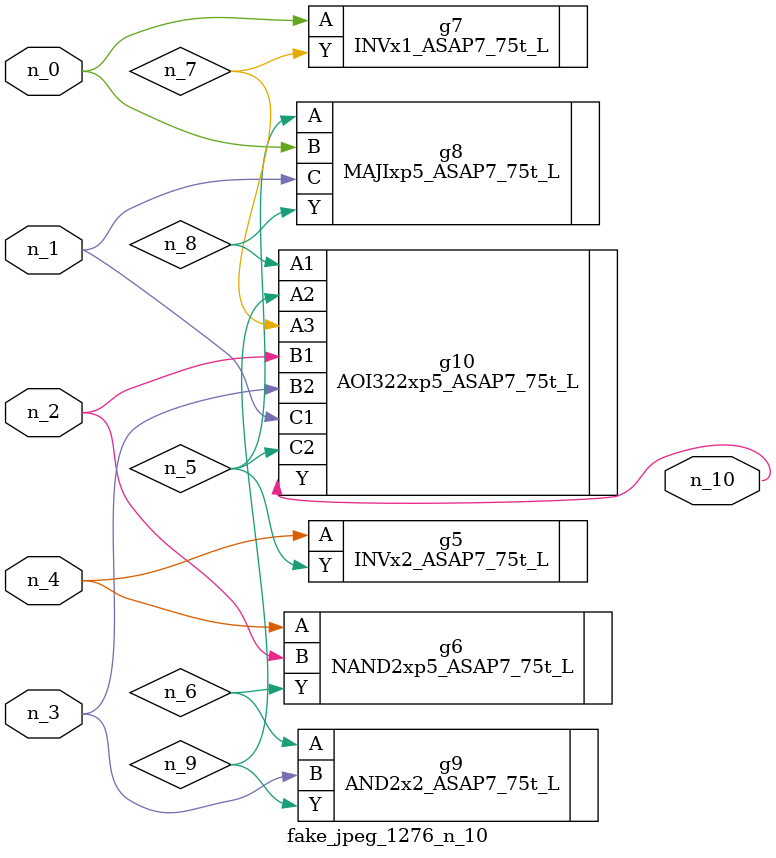
<source format=v>
module fake_jpeg_1276_n_10 (n_3, n_2, n_1, n_0, n_4, n_10);

input n_3;
input n_2;
input n_1;
input n_0;
input n_4;

output n_10;

wire n_8;
wire n_9;
wire n_6;
wire n_5;
wire n_7;

INVx2_ASAP7_75t_L g5 ( 
.A(n_4),
.Y(n_5)
);

NAND2xp5_ASAP7_75t_L g6 ( 
.A(n_4),
.B(n_2),
.Y(n_6)
);

INVx1_ASAP7_75t_L g7 ( 
.A(n_0),
.Y(n_7)
);

MAJIxp5_ASAP7_75t_L g8 ( 
.A(n_5),
.B(n_0),
.C(n_1),
.Y(n_8)
);

AOI322xp5_ASAP7_75t_L g10 ( 
.A1(n_8),
.A2(n_9),
.A3(n_7),
.B1(n_2),
.B2(n_3),
.C1(n_1),
.C2(n_5),
.Y(n_10)
);

AND2x2_ASAP7_75t_L g9 ( 
.A(n_6),
.B(n_3),
.Y(n_9)
);


endmodule
</source>
